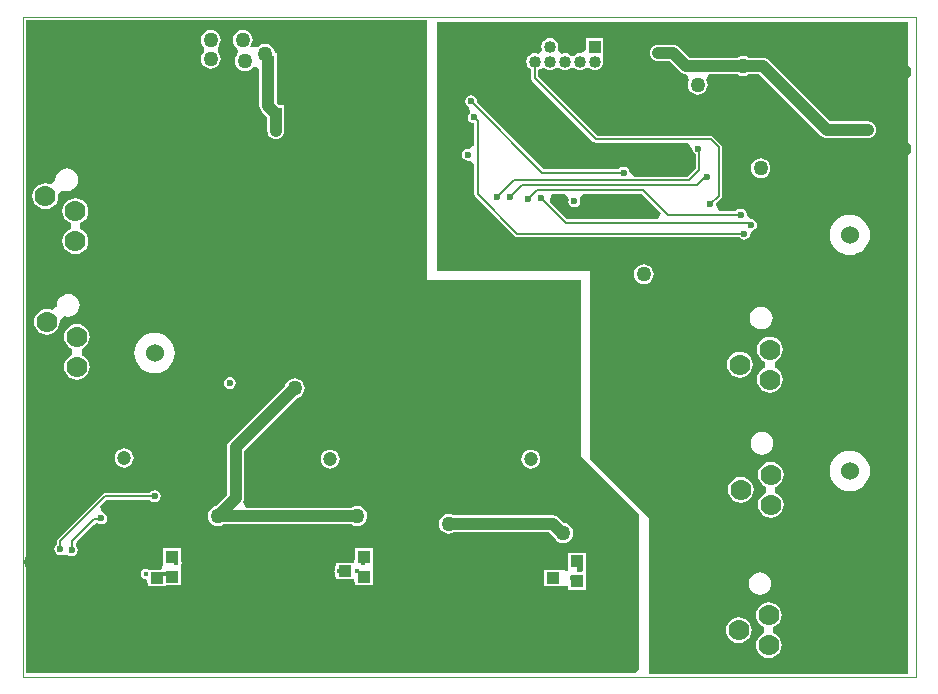
<source format=gbl>
G04 Layer_Physical_Order=4*
G04 Layer_Color=11436288*
%FSLAX25Y25*%
%MOIN*%
G70*
G01*
G75*
%ADD11R,0.03937X0.04331*%
%ADD17R,0.04331X0.03937*%
%ADD35C,0.00787*%
%ADD36C,0.01575*%
%ADD38C,0.03937*%
%ADD42C,0.00394*%
%ADD43C,0.04000*%
%ADD44R,0.04000X0.04000*%
G04:AMPARAMS|DCode=45|XSize=55.12mil|YSize=98.43mil|CornerRadius=0mil|HoleSize=0mil|Usage=FLASHONLY|Rotation=90.000|XOffset=0mil|YOffset=0mil|HoleType=Round|Shape=Octagon|*
%AMOCTAGOND45*
4,1,8,-0.04921,-0.01378,-0.04921,0.01378,-0.03543,0.02756,0.03543,0.02756,0.04921,0.01378,0.04921,-0.01378,0.03543,-0.02756,-0.03543,-0.02756,-0.04921,-0.01378,0.0*
%
%ADD45OCTAGOND45*%

%ADD46C,0.07000*%
%ADD47C,0.04724*%
%ADD48C,0.06000*%
%ADD49C,0.05000*%
%ADD50C,0.02362*%
%ADD51C,0.01772*%
%ADD52R,0.04331X0.07087*%
G36*
X134843Y366732D02*
X186024D01*
Y308465D01*
Y307972D01*
X205315Y288681D01*
X205512Y288484D01*
Y237120D01*
X204120Y235728D01*
X1280D01*
X984Y235851D01*
Y453346D01*
X134843D01*
Y366732D01*
D02*
G37*
G36*
X295177Y235630D02*
Y235433D01*
X208760D01*
X208563Y287402D01*
X188976Y306988D01*
Y368093D01*
X188976Y368093D01*
X188976Y369221D01*
Y369246D01*
Y369246D01*
Y369738D01*
Y369980D01*
X188878Y370079D01*
X188791Y369992D01*
X188779Y369980D01*
X187767Y369980D01*
X187312Y369980D01*
X187008D01*
X187008D01*
X137894D01*
Y452658D01*
Y452756D01*
Y452854D01*
X295177D01*
Y235630D01*
D02*
G37*
%LPC*%
G36*
X43898Y296692D02*
X43130Y296539D01*
X42478Y296104D01*
X42335Y295889D01*
X27385D01*
X27385Y295889D01*
X26924Y295798D01*
X26533Y295536D01*
X26533Y295536D01*
X11550Y280553D01*
X11289Y280162D01*
X11197Y279702D01*
X11197Y279701D01*
Y278728D01*
X10982Y278585D01*
X10547Y277934D01*
X10395Y277165D01*
X10401Y277135D01*
X10547Y276397D01*
X10547Y276397D01*
X10982Y275746D01*
X11295Y275537D01*
X11295D01*
X11300Y275534D01*
X11633Y275311D01*
X11634Y275311D01*
X11634Y275311D01*
X12402Y275158D01*
X12402Y275158D01*
X13170Y275311D01*
D01*
X13170D01*
X15048Y275093D01*
X15410Y274851D01*
X15459Y274819D01*
X16227Y274666D01*
X16995Y274819D01*
X17646Y275254D01*
X18081Y275905D01*
X18234Y276673D01*
X18081Y277441D01*
X17646Y278092D01*
X18067Y279964D01*
X23029Y284926D01*
X24681Y285981D01*
X25332Y285546D01*
X26100Y285393D01*
X26868Y285546D01*
X27519Y285981D01*
X27954Y286632D01*
X28107Y287400D01*
X27954Y288168D01*
X27519Y288819D01*
X26868Y289254D01*
X26512Y289325D01*
X25892Y290512D01*
X25737Y291334D01*
X27884Y293481D01*
X42335D01*
X42478Y293266D01*
X43130Y292831D01*
X43898Y292678D01*
X44666Y292831D01*
X45317Y293266D01*
X45752Y293917D01*
X45905Y294685D01*
X45752Y295453D01*
X45317Y296104D01*
X44666Y296539D01*
X43898Y296692D01*
D02*
G37*
G36*
X239295Y301214D02*
X238175Y301067D01*
X237132Y300635D01*
X236237Y299948D01*
X235549Y299052D01*
X235118Y298009D01*
X234970Y296890D01*
X235118Y295770D01*
X235549Y294727D01*
X236237Y293832D01*
X237132Y293145D01*
X238175Y292713D01*
X239295Y292565D01*
X240414Y292713D01*
X241457Y293145D01*
X242352Y293832D01*
X243039Y294727D01*
X243472Y295770D01*
X243619Y296890D01*
X243472Y298009D01*
X243039Y299052D01*
X242352Y299948D01*
X241457Y300635D01*
X240414Y301067D01*
X239295Y301214D01*
D02*
G37*
G36*
X249294Y306214D02*
X248175Y306067D01*
X247132Y305635D01*
X246237Y304947D01*
X245550Y304052D01*
X245117Y303009D01*
X244970Y301890D01*
X245117Y300770D01*
X245550Y299728D01*
X246237Y298832D01*
X247132Y298145D01*
X247717Y297902D01*
X247758Y297738D01*
Y296041D01*
X247717Y295877D01*
X247132Y295635D01*
X246237Y294948D01*
X245550Y294052D01*
X245117Y293009D01*
X244970Y291890D01*
X245117Y290770D01*
X245550Y289727D01*
X246237Y288832D01*
X247132Y288145D01*
X248175Y287713D01*
X249294Y287565D01*
X250414Y287713D01*
X251457Y288145D01*
X252352Y288832D01*
X253040Y289727D01*
X253471Y290770D01*
X253619Y291890D01*
X253471Y293009D01*
X253040Y294052D01*
X252352Y294948D01*
X251457Y295635D01*
X250872Y295877D01*
X250831Y296041D01*
Y297738D01*
X250872Y297902D01*
X251457Y298145D01*
X252352Y298832D01*
X253040Y299728D01*
X253471Y300770D01*
X253619Y301890D01*
X253471Y303009D01*
X253040Y304052D01*
X252352Y304947D01*
X251457Y305635D01*
X250414Y306067D01*
X249294Y306214D01*
D02*
G37*
G36*
X275590Y309875D02*
X274278Y309746D01*
X273017Y309363D01*
X271854Y308741D01*
X270835Y307905D01*
X269999Y306886D01*
X269377Y305723D01*
X268994Y304462D01*
X268865Y303150D01*
X268994Y301838D01*
X269377Y300576D01*
X269999Y299413D01*
X270835Y298394D01*
X271854Y297558D01*
X273017Y296936D01*
X274278Y296553D01*
X275590Y296424D01*
X276903Y296553D01*
X278164Y296936D01*
X279327Y297558D01*
X280346Y298394D01*
X281182Y299413D01*
X281804Y300576D01*
X282187Y301838D01*
X282316Y303150D01*
X282187Y304462D01*
X281804Y305723D01*
X281182Y306886D01*
X280346Y307905D01*
X279327Y308741D01*
X278164Y309363D01*
X276903Y309746D01*
X275590Y309875D01*
D02*
G37*
G36*
X33760Y310657D02*
X32938Y310549D01*
X32171Y310231D01*
X31514Y309727D01*
X31009Y309069D01*
X30691Y308303D01*
X30583Y307480D01*
X30691Y306658D01*
X31009Y305892D01*
X31514Y305234D01*
X32171Y304729D01*
X32938Y304412D01*
X33760Y304304D01*
X34582Y304412D01*
X35348Y304729D01*
X36006Y305234D01*
X36511Y305892D01*
X36828Y306658D01*
X36937Y307480D01*
X36828Y308303D01*
X36511Y309069D01*
X36006Y309727D01*
X35348Y310231D01*
X34582Y310549D01*
X33760Y310657D01*
D02*
G37*
G36*
X169291Y310263D02*
X168469Y310155D01*
X167703Y309838D01*
X167045Y309333D01*
X166540Y308675D01*
X166223Y307909D01*
X166115Y307086D01*
X166223Y306264D01*
X166540Y305498D01*
X167045Y304840D01*
X167703Y304335D01*
X168469Y304018D01*
X169291Y303910D01*
X170114Y304018D01*
X170880Y304335D01*
X171538Y304840D01*
X172043Y305498D01*
X172360Y306264D01*
X172468Y307086D01*
X172360Y307909D01*
X172043Y308675D01*
X171538Y309333D01*
X170880Y309838D01*
X170114Y310155D01*
X169291Y310263D01*
D02*
G37*
G36*
X102362D02*
X101540Y310155D01*
X100774Y309838D01*
X100116Y309333D01*
X99611Y308675D01*
X99294Y307909D01*
X99186Y307086D01*
X99294Y306264D01*
X99611Y305498D01*
X100116Y304840D01*
X100774Y304335D01*
X101540Y304018D01*
X102362Y303910D01*
X103184Y304018D01*
X103951Y304335D01*
X104609Y304840D01*
X105113Y305498D01*
X105431Y306264D01*
X105539Y307086D01*
X105431Y307909D01*
X105113Y308675D01*
X104609Y309333D01*
X103951Y309838D01*
X103184Y310155D01*
X102362Y310263D01*
D02*
G37*
G36*
X90551Y334024D02*
X89693Y333911D01*
X88893Y333580D01*
X88207Y333053D01*
X87680Y332366D01*
X87348Y331567D01*
X87329Y331417D01*
X68901Y312989D01*
X68459Y312414D01*
X68181Y311743D01*
X68086Y311024D01*
Y295246D01*
X64252Y291411D01*
X64102Y291392D01*
X63303Y291060D01*
X62616Y290534D01*
X62089Y289847D01*
X61758Y289047D01*
X61645Y288189D01*
X61758Y287331D01*
X62089Y286531D01*
X62616Y285844D01*
X63303Y285317D01*
X64102Y284986D01*
X64961Y284873D01*
X65819Y284986D01*
X66619Y285317D01*
X66738Y285409D01*
X109640D01*
X109759Y285317D01*
X110559Y284986D01*
X111417Y284873D01*
X112276Y284986D01*
X113075Y285317D01*
X113762Y285844D01*
X114289Y286531D01*
X114620Y287331D01*
X114733Y288189D01*
X114620Y289047D01*
X114289Y289847D01*
X113762Y290534D01*
X113075Y291060D01*
X112276Y291392D01*
X111417Y291505D01*
X110559Y291392D01*
X109759Y291060D01*
X109640Y290969D01*
X74423D01*
X73698Y292063D01*
X73370Y292937D01*
X73551Y293375D01*
X73646Y294094D01*
Y309872D01*
X91260Y327486D01*
X91409Y327506D01*
X92209Y327837D01*
X92896Y328364D01*
X93423Y329051D01*
X93754Y329851D01*
X93867Y330709D01*
X93754Y331567D01*
X93423Y332366D01*
X92896Y333053D01*
X92209Y333580D01*
X91409Y333911D01*
X90551Y334024D01*
D02*
G37*
G36*
X245692Y269422D02*
X244716Y269294D01*
X243806Y268917D01*
X243025Y268317D01*
X242425Y267536D01*
X242048Y266626D01*
X241920Y265650D01*
X242048Y264673D01*
X242425Y263763D01*
X243025Y262982D01*
X243806Y262383D01*
X244716Y262006D01*
X245692Y261877D01*
X246669Y262006D01*
X247578Y262383D01*
X248360Y262982D01*
X248959Y263763D01*
X249336Y264673D01*
X249465Y265650D01*
X249336Y266626D01*
X248959Y267536D01*
X248360Y268317D01*
X247578Y268917D01*
X246669Y269294D01*
X245692Y269422D01*
D02*
G37*
G36*
X238605Y254462D02*
X237486Y254315D01*
X236443Y253883D01*
X235548Y253196D01*
X234860Y252300D01*
X234428Y251257D01*
X234281Y250138D01*
X234428Y249019D01*
X234860Y247975D01*
X235548Y247080D01*
X236443Y246393D01*
X237486Y245961D01*
X238605Y245813D01*
X239725Y245961D01*
X240768Y246393D01*
X241663Y247080D01*
X242351Y247975D01*
X242782Y249019D01*
X242930Y250138D01*
X242782Y251257D01*
X242351Y252300D01*
X241663Y253196D01*
X240768Y253883D01*
X239725Y254315D01*
X238605Y254462D01*
D02*
G37*
G36*
X248605Y259462D02*
X247486Y259315D01*
X246443Y258883D01*
X245548Y258195D01*
X244860Y257300D01*
X244428Y256257D01*
X244281Y255138D01*
X244428Y254018D01*
X244860Y252976D01*
X245548Y252080D01*
X246443Y251393D01*
X247028Y251150D01*
X247069Y250987D01*
Y249289D01*
X247028Y249125D01*
X246443Y248883D01*
X245548Y248196D01*
X244860Y247300D01*
X244428Y246257D01*
X244281Y245138D01*
X244428Y244019D01*
X244860Y242975D01*
X245548Y242080D01*
X246443Y241393D01*
X247486Y240961D01*
X248605Y240813D01*
X249725Y240961D01*
X250768Y241393D01*
X251663Y242080D01*
X252350Y242975D01*
X252783Y244019D01*
X252930Y245138D01*
X252783Y246257D01*
X252350Y247300D01*
X251663Y248196D01*
X250768Y248883D01*
X250183Y249125D01*
X250142Y249289D01*
Y250987D01*
X250183Y251150D01*
X250768Y251393D01*
X251663Y252080D01*
X252350Y252976D01*
X252783Y254018D01*
X252930Y255138D01*
X252783Y256257D01*
X252350Y257300D01*
X251663Y258195D01*
X250768Y258883D01*
X249725Y259315D01*
X248605Y259462D01*
D02*
G37*
G36*
X116732Y277362D02*
X110827D01*
Y274333D01*
X110253Y272602D01*
X109607D01*
X108858Y272602D01*
X104347D01*
Y272213D01*
X103976Y270398D01*
X103975Y270397D01*
X103937Y270339D01*
X103936Y270338D01*
Y270338D01*
X103874Y270027D01*
X103806Y269685D01*
X103874Y269343D01*
X103936Y269032D01*
Y269032D01*
X103937Y269031D01*
X103975Y268973D01*
X103976Y268971D01*
X104347Y267157D01*
Y267091D01*
X110253D01*
X110827Y265360D01*
Y265158D01*
X116732D01*
Y269882D01*
X116732Y270669D01*
Y271260D01*
Y271850D01*
X116732Y272638D01*
Y277362D01*
D02*
G37*
G36*
X141929Y288946D02*
X141071Y288833D01*
X140271Y288501D01*
X139585Y287975D01*
X139058Y287288D01*
X138726Y286488D01*
X138613Y285630D01*
X138726Y284772D01*
X139058Y283972D01*
X139585Y283285D01*
X140271Y282758D01*
X141071Y282427D01*
X141929Y282314D01*
X142787Y282427D01*
X143587Y282758D01*
X143707Y282850D01*
X175424D01*
X177102Y281172D01*
X177247Y280822D01*
X177773Y280136D01*
X178460Y279609D01*
X179260Y279277D01*
X180118Y279165D01*
X180976Y279277D01*
X181776Y279609D01*
X182463Y280136D01*
X182990Y280822D01*
X183321Y281622D01*
X183434Y282480D01*
X183321Y283338D01*
X182990Y284138D01*
X182463Y284825D01*
X181776Y285352D01*
X180976Y285683D01*
X180373Y285763D01*
X178540Y287595D01*
X177965Y288037D01*
X177294Y288315D01*
X176575Y288410D01*
X143707D01*
X143587Y288501D01*
X142787Y288833D01*
X141929Y288946D01*
D02*
G37*
G36*
X52559Y277362D02*
X46654D01*
Y272638D01*
X46654Y272340D01*
X46640Y271924D01*
X46577Y271688D01*
X45880Y270202D01*
X42004D01*
X41598Y270474D01*
X40945Y270604D01*
X40363Y270488D01*
X40292Y270474D01*
X40292Y270474D01*
X39739Y270104D01*
X39369Y269550D01*
X39253Y268969D01*
X39253Y268969D01*
X39239Y268898D01*
X39239Y268898D01*
X39253Y268826D01*
X39369Y268245D01*
X39739Y267691D01*
X40292Y267321D01*
X40292Y267321D01*
X40363Y267307D01*
X40363Y267307D01*
X40945Y267192D01*
X41747Y265344D01*
Y264690D01*
X47653D01*
Y265158D01*
X52559D01*
Y269155D01*
Y269162D01*
Y269283D01*
X52695Y271195D01*
X52695Y271195D01*
X52748Y271536D01*
X52887Y272441D01*
X52887Y272441D01*
Y272441D01*
X52887Y272441D01*
Y272441D01*
X52887Y272442D01*
Y272442D01*
X52874Y272507D01*
X52874Y272507D01*
X52874Y272508D01*
Y272508D01*
X52757Y273094D01*
X52757Y273094D01*
X52718Y273153D01*
X52717Y273154D01*
X52559Y275058D01*
Y277362D01*
D02*
G37*
G36*
X187598Y275787D02*
X181693D01*
Y270276D01*
X181693D01*
Y269938D01*
X181521Y269754D01*
X179553Y270302D01*
Y270302D01*
X173647D01*
Y264791D01*
X179553D01*
Y264791D01*
X181521Y264852D01*
X181693Y264707D01*
Y263583D01*
X187598D01*
Y268601D01*
X187834Y270472D01*
D01*
Y270472D01*
X187598Y272343D01*
Y275787D01*
D02*
G37*
G36*
X246381Y316174D02*
X245405Y316046D01*
X244495Y315669D01*
X243714Y315069D01*
X243114Y314288D01*
X242737Y313378D01*
X242609Y312402D01*
X242737Y311425D01*
X243114Y310515D01*
X243714Y309734D01*
X244495Y309135D01*
X245405Y308758D01*
X246381Y308629D01*
X247358Y308758D01*
X248267Y309135D01*
X249049Y309734D01*
X249648Y310515D01*
X250025Y311425D01*
X250153Y312402D01*
X250025Y313378D01*
X249648Y314288D01*
X249049Y315069D01*
X248267Y315669D01*
X247358Y316046D01*
X246381Y316174D01*
D02*
G37*
G36*
X14590Y404068D02*
X13613Y403939D01*
X12704Y403562D01*
X11922Y402963D01*
X11323Y402181D01*
X10946Y401271D01*
X10817Y400295D01*
X10844Y400096D01*
X10500Y399639D01*
X9303Y398806D01*
X9127Y398751D01*
X8623Y398960D01*
X7503Y399108D01*
X6384Y398960D01*
X5341Y398528D01*
X4445Y397841D01*
X3758Y396946D01*
X3326Y395903D01*
X3179Y394783D01*
X3326Y393664D01*
X3758Y392621D01*
X4445Y391725D01*
X5341Y391038D01*
X6384Y390606D01*
X7503Y390459D01*
X8623Y390606D01*
X9665Y391038D01*
X10561Y391725D01*
X11248Y392621D01*
X11680Y393664D01*
X11828Y394783D01*
X11746Y395402D01*
X11765Y395434D01*
X12866Y396433D01*
X13477Y396708D01*
X13613Y396651D01*
X14590Y396523D01*
X15566Y396651D01*
X16476Y397028D01*
X17257Y397628D01*
X17857Y398409D01*
X18234Y399319D01*
X18362Y400295D01*
X18234Y401271D01*
X17857Y402181D01*
X17257Y402963D01*
X16476Y403562D01*
X15566Y403939D01*
X14590Y404068D01*
D02*
G37*
G36*
X245866Y407351D02*
X245008Y407238D01*
X244208Y406907D01*
X243521Y406380D01*
X242995Y405693D01*
X242663Y404894D01*
X242550Y404035D01*
X242663Y403177D01*
X242995Y402378D01*
X243521Y401691D01*
X244208Y401164D01*
X245008Y400833D01*
X245866Y400720D01*
X246724Y400833D01*
X247524Y401164D01*
X248211Y401691D01*
X248738Y402378D01*
X249069Y403177D01*
X249182Y404035D01*
X249069Y404894D01*
X248738Y405693D01*
X248211Y406380D01*
X247524Y406907D01*
X246724Y407238D01*
X245866Y407351D01*
D02*
G37*
G36*
X275590Y388615D02*
X274278Y388486D01*
X273017Y388103D01*
X271854Y387482D01*
X270835Y386645D01*
X269999Y385626D01*
X269377Y384463D01*
X268994Y383202D01*
X268865Y381890D01*
X268994Y380578D01*
X269377Y379316D01*
X269999Y378153D01*
X270835Y377134D01*
X271854Y376298D01*
X273017Y375676D01*
X274278Y375294D01*
X275590Y375165D01*
X276903Y375294D01*
X278164Y375676D01*
X279327Y376298D01*
X280346Y377134D01*
X281182Y378153D01*
X281804Y379316D01*
X282187Y380578D01*
X282316Y381890D01*
X282187Y383202D01*
X281804Y384463D01*
X281182Y385626D01*
X280346Y386645D01*
X279327Y387482D01*
X278164Y388103D01*
X276903Y388486D01*
X275590Y388615D01*
D02*
G37*
G36*
X17503Y394108D02*
X16384Y393960D01*
X15341Y393528D01*
X14445Y392841D01*
X13758Y391946D01*
X13326Y390903D01*
X13179Y389783D01*
X13326Y388664D01*
X13758Y387621D01*
X14445Y386725D01*
X15341Y386038D01*
X15926Y385796D01*
X15967Y385632D01*
Y383935D01*
X15926Y383771D01*
X15341Y383528D01*
X14445Y382841D01*
X13758Y381946D01*
X13326Y380903D01*
X13179Y379783D01*
X13326Y378664D01*
X13758Y377621D01*
X14445Y376726D01*
X15341Y376038D01*
X16384Y375606D01*
X17503Y375459D01*
X18622Y375606D01*
X19665Y376038D01*
X20561Y376726D01*
X21248Y377621D01*
X21680Y378664D01*
X21828Y379783D01*
X21680Y380903D01*
X21248Y381946D01*
X20561Y382841D01*
X19665Y383528D01*
X19080Y383771D01*
X19039Y383935D01*
Y385632D01*
X19080Y385796D01*
X19665Y386038D01*
X20561Y386725D01*
X21248Y387621D01*
X21680Y388664D01*
X21828Y389783D01*
X21680Y390903D01*
X21248Y391946D01*
X20561Y392841D01*
X19665Y393528D01*
X18622Y393960D01*
X17503Y394108D01*
D02*
G37*
G36*
X62598Y450166D02*
X61740Y450053D01*
X60940Y449722D01*
X60254Y449195D01*
X59727Y448508D01*
X59396Y447709D01*
X59283Y446850D01*
X59396Y445992D01*
X59727Y445192D01*
X59905Y444960D01*
X60254Y444443D01*
Y442959D01*
X59905Y442442D01*
X59727Y442209D01*
X59396Y441409D01*
X59283Y440551D01*
X59396Y439693D01*
X59727Y438893D01*
X60254Y438207D01*
X60940Y437680D01*
X61740Y437348D01*
X62598Y437235D01*
X63457Y437348D01*
X64256Y437680D01*
X64943Y438207D01*
X65470Y438893D01*
X65801Y439693D01*
X65914Y440551D01*
X65801Y441409D01*
X65470Y442209D01*
X65291Y442442D01*
X64943Y442959D01*
Y444443D01*
X65291Y444960D01*
X65470Y445192D01*
X65801Y445992D01*
X65914Y446850D01*
X65801Y447709D01*
X65470Y448508D01*
X64943Y449195D01*
X64256Y449722D01*
X63457Y450053D01*
X62598Y450166D01*
D02*
G37*
G36*
X175610Y447437D02*
X174883Y447342D01*
X174205Y447061D01*
X173622Y446614D01*
X173176Y446032D01*
X172895Y445354D01*
X172799Y444626D01*
X172895Y443898D01*
X172983Y443684D01*
X172916Y443572D01*
X171665Y442320D01*
X171552Y442253D01*
X171338Y442342D01*
X170610Y442437D01*
X169883Y442342D01*
X169205Y442061D01*
X168622Y441614D01*
X168176Y441032D01*
X167895Y440354D01*
X167799Y439626D01*
X167895Y438898D01*
X168176Y438220D01*
X168622Y437638D01*
X169205Y437191D01*
X169406Y437108D01*
Y434161D01*
X169406Y434161D01*
X169498Y433701D01*
X169759Y433310D01*
X190141Y412928D01*
X190531Y412667D01*
X190992Y412575D01*
X221663D01*
X222008Y412318D01*
X223091Y410630D01*
X223244Y409862D01*
X223679Y409211D01*
X224288Y408804D01*
Y404042D01*
X221450Y401204D01*
X203894D01*
X202279Y402600D01*
X202126Y403368D01*
X201691Y404019D01*
X201040Y404454D01*
X200272Y404607D01*
X199504Y404454D01*
X198852Y404019D01*
X198709Y403804D01*
X173637D01*
X151342Y426100D01*
X151392Y426354D01*
X151239Y427122D01*
X150804Y427773D01*
X150153Y428208D01*
X149385Y428361D01*
X148617Y428208D01*
X147966Y427773D01*
X147531Y427122D01*
X147378Y426354D01*
X147531Y425585D01*
X147966Y424934D01*
X148617Y424499D01*
X148950Y422458D01*
X148515Y421807D01*
X148362Y421038D01*
X148515Y420270D01*
X148950Y419619D01*
X149601Y419184D01*
X150369Y419031D01*
X150496Y418928D01*
Y411906D01*
X150067Y411481D01*
X148527Y410599D01*
X148302Y410644D01*
X147534Y410491D01*
X146883Y410056D01*
X146448Y409405D01*
X146295Y408637D01*
X146448Y407869D01*
X146883Y407218D01*
X147534Y406783D01*
X148302Y406630D01*
X148527Y406674D01*
X150067Y405793D01*
X150496Y405368D01*
Y395400D01*
X150496Y395400D01*
X150587Y394939D01*
X150848Y394549D01*
X163965Y381432D01*
X163965Y381432D01*
X164356Y381171D01*
X164817Y381079D01*
X238854D01*
X238998Y380864D01*
X239649Y380429D01*
X240417Y380276D01*
X240785Y380350D01*
X241185Y380429D01*
X241185Y380429D01*
X241836Y380864D01*
X242271Y381515D01*
Y381515D01*
Y381515D01*
X242271Y381515D01*
X242442Y381958D01*
X243468Y383346D01*
Y383346D01*
X243468D01*
Y383346D01*
X244119Y383781D01*
X244554Y384432D01*
X244554Y384432D01*
X244634Y384831D01*
X244707Y385200D01*
X244554Y385968D01*
X244119Y386619D01*
X243468Y387054D01*
X242853Y387177D01*
X242656Y387249D01*
X241378Y388486D01*
X241231Y388820D01*
X241126Y389351D01*
X240691Y390002D01*
X240040Y390437D01*
X239272Y390590D01*
X238504Y390437D01*
X237852Y390002D01*
X237709Y389787D01*
X232207D01*
X231705Y390385D01*
X230969Y391755D01*
X231043Y392126D01*
X230992Y392380D01*
X232723Y394111D01*
X232984Y394501D01*
X233076Y394962D01*
Y411100D01*
X233076Y411100D01*
X232984Y411561D01*
X232723Y411951D01*
X232723Y411952D01*
X230044Y414631D01*
X229653Y414892D01*
X229192Y414984D01*
X229192Y414984D01*
X191491D01*
X171815Y434660D01*
Y436760D01*
X173226Y437638D01*
X173622D01*
X174205Y437191D01*
X174883Y436910D01*
X175610Y436814D01*
X176338Y436910D01*
X177016Y437191D01*
X177598Y437638D01*
X178622D01*
X179205Y437191D01*
X179883Y436910D01*
X180610Y436814D01*
X181338Y436910D01*
X182016Y437191D01*
X182598Y437638D01*
X183622D01*
X184205Y437191D01*
X184883Y436910D01*
X185610Y436814D01*
X186338Y436910D01*
X187016Y437191D01*
X187598Y437638D01*
X188622D01*
X189205Y437191D01*
X189883Y436910D01*
X190610Y436814D01*
X191338Y436910D01*
X192016Y437191D01*
X192598Y437638D01*
X193045Y438220D01*
X193326Y438898D01*
X193422Y439626D01*
X193390Y439870D01*
X193398Y441839D01*
X193398Y441839D01*
X193398Y441839D01*
Y447413D01*
X187823D01*
Y443826D01*
X187220Y443223D01*
X185854Y442405D01*
X185610Y442437D01*
X184883Y442342D01*
X184205Y442061D01*
X183622Y441614D01*
X182598D01*
X182016Y442061D01*
X181338Y442342D01*
X180610Y442437D01*
X179883Y442342D01*
X179669Y442253D01*
X179556Y442320D01*
X178305Y443572D01*
X178237Y443684D01*
X178326Y443898D01*
X178422Y444626D01*
X178326Y445354D01*
X178045Y446032D01*
X177598Y446614D01*
X177016Y447061D01*
X176338Y447342D01*
X175610Y447437D01*
D02*
G37*
G36*
X73228Y450166D02*
X72370Y450053D01*
X71570Y449722D01*
X70884Y449195D01*
X70357Y448508D01*
X70026Y447709D01*
X69913Y446850D01*
X70026Y445992D01*
X70357Y445192D01*
X70884Y444506D01*
X71253Y444222D01*
X71529Y442826D01*
X71495Y441879D01*
X71144Y441422D01*
X70813Y440622D01*
X70700Y439764D01*
X70813Y438906D01*
X71144Y438106D01*
X71671Y437419D01*
X72358Y436892D01*
X73158Y436561D01*
X74016Y436448D01*
X74874Y436561D01*
X75674Y436892D01*
X76360Y437419D01*
X76673Y437827D01*
X77713Y437721D01*
X78642Y437288D01*
Y433760D01*
X78740D01*
Y425689D01*
X78815D01*
Y424902D01*
X78909Y424182D01*
X79187Y423512D01*
X79629Y422936D01*
X81472Y421093D01*
Y416535D01*
X81567Y415816D01*
X81845Y415146D01*
X82286Y414570D01*
X82862Y414128D01*
X83533Y413850D01*
X84252Y413756D01*
X84971Y413850D01*
X85642Y414128D01*
X86217Y414570D01*
X86659Y415146D01*
X86937Y415816D01*
X87032Y416535D01*
Y419193D01*
X87106D01*
Y425099D01*
X85329D01*
X84646Y425782D01*
Y434350D01*
X84547D01*
Y442421D01*
X83986D01*
X83912Y442984D01*
X83580Y443784D01*
X83053Y444471D01*
X82367Y444998D01*
X81567Y445329D01*
X80709Y445442D01*
X79851Y445329D01*
X79051Y444998D01*
X78364Y444471D01*
X76229Y444442D01*
X76015Y444529D01*
X75749Y444735D01*
X76100Y445192D01*
X76431Y445992D01*
X76544Y446850D01*
X76431Y447709D01*
X76100Y448508D01*
X75573Y449195D01*
X74886Y449722D01*
X74086Y450053D01*
X73228Y450166D01*
D02*
G37*
G36*
X216772Y445280D02*
X211772D01*
X211052Y445185D01*
X210382Y444907D01*
X209806Y444465D01*
X209364Y443890D01*
X209087Y443219D01*
X208992Y442500D01*
X209087Y441781D01*
X209364Y441110D01*
X209806Y440534D01*
X210382Y440093D01*
X211052Y439815D01*
X211772Y439720D01*
X215620D01*
X219117Y436224D01*
X219693Y435782D01*
X220363Y435504D01*
X220987Y435422D01*
X221231Y435117D01*
X222030Y433548D01*
X221699Y432748D01*
X221586Y431890D01*
X221699Y431032D01*
X222030Y430232D01*
X222557Y429545D01*
X223244Y429018D01*
X224043Y428687D01*
X224902Y428574D01*
X225760Y428687D01*
X226559Y429018D01*
X227246Y429545D01*
X227773Y430232D01*
X228104Y431032D01*
X228217Y431890D01*
X228104Y432748D01*
X227773Y433548D01*
X228826Y435409D01*
X238281D01*
X238401Y435318D01*
X239201Y434986D01*
X240059Y434873D01*
X240917Y434986D01*
X241717Y435318D01*
X241837Y435409D01*
X245502D01*
X265948Y414964D01*
X266524Y414522D01*
X267194Y414244D01*
X267913Y414150D01*
X281594D01*
X282314Y414244D01*
X282984Y414522D01*
X283560Y414964D01*
X284002Y415539D01*
X284279Y416210D01*
X284374Y416929D01*
X284279Y417649D01*
X284002Y418319D01*
X283560Y418895D01*
X282984Y419336D01*
X282314Y419614D01*
X281594Y419709D01*
X269065D01*
X248619Y440155D01*
X248043Y440596D01*
X247373Y440874D01*
X246654Y440969D01*
X241837D01*
X241717Y441060D01*
X240917Y441392D01*
X240059Y441505D01*
X239201Y441392D01*
X238401Y441060D01*
X238281Y440969D01*
X222234D01*
X218737Y444465D01*
X218162Y444907D01*
X217491Y445185D01*
X216772Y445280D01*
D02*
G37*
G36*
X17995Y352179D02*
X16876Y352031D01*
X15833Y351599D01*
X14938Y350912D01*
X14250Y350016D01*
X13818Y348973D01*
X13671Y347854D01*
X13818Y346735D01*
X14250Y345692D01*
X14938Y344796D01*
X15833Y344109D01*
X16418Y343867D01*
X16459Y343703D01*
Y342005D01*
X16418Y341842D01*
X15833Y341599D01*
X14938Y340912D01*
X14250Y340016D01*
X13818Y338973D01*
X13671Y337854D01*
X13818Y336735D01*
X14250Y335692D01*
X14938Y334796D01*
X15833Y334109D01*
X16876Y333677D01*
X17995Y333530D01*
X19115Y333677D01*
X20157Y334109D01*
X21053Y334796D01*
X21740Y335692D01*
X22172Y336735D01*
X22320Y337854D01*
X22172Y338973D01*
X21740Y340016D01*
X21053Y340912D01*
X20157Y341599D01*
X19573Y341842D01*
X19532Y342005D01*
Y343703D01*
X19573Y343867D01*
X20157Y344109D01*
X21053Y344796D01*
X21740Y345692D01*
X22172Y346735D01*
X22320Y347854D01*
X22172Y348973D01*
X21740Y350016D01*
X21053Y350912D01*
X20157Y351599D01*
X19115Y352031D01*
X17995Y352179D01*
D02*
G37*
G36*
X238999Y342947D02*
X237880Y342799D01*
X236837Y342367D01*
X235941Y341680D01*
X235254Y340784D01*
X234822Y339741D01*
X234675Y338622D01*
X234822Y337503D01*
X235254Y336460D01*
X235941Y335564D01*
X236837Y334877D01*
X237880Y334445D01*
X238999Y334298D01*
X240118Y334445D01*
X241161Y334877D01*
X242057Y335564D01*
X242744Y336460D01*
X243176Y337503D01*
X243323Y338622D01*
X243176Y339741D01*
X242744Y340784D01*
X242057Y341680D01*
X241161Y342367D01*
X240118Y342799D01*
X238999Y342947D01*
D02*
G37*
G36*
X248999Y347947D02*
X247880Y347799D01*
X246837Y347367D01*
X245941Y346680D01*
X245254Y345784D01*
X244822Y344741D01*
X244675Y343622D01*
X244822Y342503D01*
X245254Y341460D01*
X245941Y340564D01*
X246837Y339877D01*
X247422Y339635D01*
X247463Y339471D01*
Y337773D01*
X247422Y337609D01*
X246837Y337367D01*
X245941Y336680D01*
X245254Y335784D01*
X244822Y334741D01*
X244675Y333622D01*
X244822Y332503D01*
X245254Y331460D01*
X245941Y330564D01*
X246837Y329877D01*
X247880Y329445D01*
X248999Y329298D01*
X250118Y329445D01*
X251161Y329877D01*
X252057Y330564D01*
X252744Y331460D01*
X253176Y332503D01*
X253324Y333622D01*
X253176Y334741D01*
X252744Y335784D01*
X252057Y336680D01*
X251161Y337367D01*
X250576Y337609D01*
X250535Y337773D01*
Y339471D01*
X250576Y339635D01*
X251161Y339877D01*
X252057Y340564D01*
X252744Y341460D01*
X253176Y342503D01*
X253324Y343622D01*
X253176Y344741D01*
X252744Y345784D01*
X252057Y346680D01*
X251161Y347367D01*
X250118Y347799D01*
X248999Y347947D01*
D02*
G37*
G36*
X68996Y334487D02*
X68228Y334335D01*
X67577Y333899D01*
X67142Y333248D01*
X66989Y332480D01*
X67142Y331712D01*
X67577Y331061D01*
X68228Y330626D01*
X68996Y330473D01*
X69764Y330626D01*
X70415Y331061D01*
X70850Y331712D01*
X71003Y332480D01*
X70850Y333248D01*
X70415Y333899D01*
X69764Y334335D01*
X68996Y334487D01*
D02*
G37*
G36*
X43898Y349245D02*
X42586Y349116D01*
X41324Y348733D01*
X40161Y348112D01*
X39142Y347275D01*
X38306Y346256D01*
X37684Y345093D01*
X37302Y343832D01*
X37172Y342520D01*
X37302Y341208D01*
X37684Y339946D01*
X38306Y338783D01*
X39142Y337764D01*
X40161Y336928D01*
X41324Y336306D01*
X42586Y335924D01*
X43898Y335794D01*
X45210Y335924D01*
X46471Y336306D01*
X47634Y336928D01*
X48653Y337764D01*
X49490Y338783D01*
X50111Y339946D01*
X50494Y341208D01*
X50623Y342520D01*
X50494Y343832D01*
X50111Y345093D01*
X49490Y346256D01*
X48653Y347275D01*
X47634Y348112D01*
X46471Y348733D01*
X45210Y349116D01*
X43898Y349245D01*
D02*
G37*
G36*
X15082Y362138D02*
X14106Y362010D01*
X13196Y361633D01*
X12414Y361034D01*
X11815Y360252D01*
X11438Y359342D01*
X11310Y358366D01*
X11336Y358166D01*
X10992Y357710D01*
X9796Y356877D01*
X9619Y356822D01*
X9115Y357031D01*
X7995Y357179D01*
X6876Y357031D01*
X5833Y356599D01*
X4938Y355912D01*
X4250Y355016D01*
X3818Y353973D01*
X3671Y352854D01*
X3818Y351735D01*
X4250Y350692D01*
X4938Y349796D01*
X5833Y349109D01*
X6876Y348677D01*
X7995Y348530D01*
X9115Y348677D01*
X10158Y349109D01*
X11053Y349796D01*
X11740Y350692D01*
X12172Y351735D01*
X12320Y352854D01*
X12238Y353473D01*
X12257Y353505D01*
X13358Y354504D01*
X13970Y354778D01*
X14106Y354722D01*
X15082Y354594D01*
X16058Y354722D01*
X16968Y355099D01*
X17749Y355698D01*
X18349Y356480D01*
X18726Y357390D01*
X18854Y358366D01*
X18726Y359342D01*
X18349Y360252D01*
X17749Y361034D01*
X16968Y361633D01*
X16058Y362010D01*
X15082Y362138D01*
D02*
G37*
G36*
X206972Y372016D02*
X206114Y371903D01*
X205314Y371571D01*
X204627Y371045D01*
X204100Y370358D01*
X203769Y369558D01*
X203656Y368700D01*
X203769Y367842D01*
X204100Y367042D01*
X204627Y366355D01*
X205314Y365828D01*
X206114Y365497D01*
X206972Y365384D01*
X207830Y365497D01*
X208629Y365828D01*
X209316Y366355D01*
X209843Y367042D01*
X210174Y367842D01*
X210287Y368700D01*
X210174Y369558D01*
X209843Y370358D01*
X209316Y371045D01*
X208629Y371571D01*
X207830Y371903D01*
X206972Y372016D01*
D02*
G37*
G36*
X246086Y357906D02*
X245109Y357778D01*
X244199Y357401D01*
X243418Y356801D01*
X242819Y356020D01*
X242442Y355110D01*
X242313Y354134D01*
X242442Y353157D01*
X242819Y352248D01*
X243418Y351466D01*
X244199Y350867D01*
X245109Y350490D01*
X246086Y350361D01*
X247062Y350490D01*
X247972Y350867D01*
X248753Y351466D01*
X249353Y352248D01*
X249730Y353157D01*
X249858Y354134D01*
X249730Y355110D01*
X249353Y356020D01*
X248753Y356801D01*
X247972Y357401D01*
X247062Y357778D01*
X246086Y357906D01*
D02*
G37*
%LPD*%
G36*
X212644Y389098D02*
X211828Y387129D01*
X181404D01*
X175813Y392721D01*
X175875Y395195D01*
X176279Y395587D01*
X176299Y395596D01*
X180736D01*
X181787Y394009D01*
X181865Y393627D01*
X181753Y393062D01*
X181906Y392294D01*
X182341Y391643D01*
X182992Y391208D01*
X183760Y391055D01*
X184528Y391208D01*
X185179Y391643D01*
X185614Y392294D01*
X185767Y393062D01*
X185654Y393627D01*
X185733Y394009D01*
X186784Y395596D01*
X206146D01*
X212644Y389098D01*
D02*
G37*
D11*
X91043Y422146D02*
D03*
X84350D02*
D03*
D17*
X49606Y267913D02*
D03*
Y274606D02*
D03*
X44700Y267446D02*
D03*
Y260754D02*
D03*
X107300Y269847D02*
D03*
Y263154D02*
D03*
X113780Y267914D02*
D03*
Y274606D02*
D03*
X176600Y267547D02*
D03*
Y260854D02*
D03*
X184646Y266339D02*
D03*
Y273031D02*
D03*
D35*
X241975Y385925D02*
X242700Y385200D01*
X180905Y385925D02*
X241975D01*
X172736Y394094D02*
X180905Y385925D01*
X227372Y401000D02*
X228172D01*
X224797Y398425D02*
X227372Y401000D01*
X225098Y410630D02*
X225492Y410236D01*
Y403543D02*
Y410236D01*
X185610Y439291D02*
Y439626D01*
X214862Y388583D02*
X239272D01*
X162500Y394488D02*
X166437Y398425D01*
X158169Y394488D02*
X163681Y400000D01*
X221949D01*
X225492Y403543D01*
X168405Y393701D02*
X171505Y396800D01*
X206645D01*
X214862Y388583D01*
X166437Y398425D02*
X224797D01*
X170610Y434161D02*
Y439626D01*
X231872Y394962D02*
Y411100D01*
X12402Y277165D02*
Y279702D01*
X27385Y294685D01*
X43898D01*
X16227Y276673D02*
Y279827D01*
X23600Y287200D01*
X25900D01*
X26100Y287400D01*
X170610Y434161D02*
X190992Y413779D01*
X229192D01*
X231872Y411100D01*
X229035Y392126D02*
X231872Y394962D01*
X164817Y382283D02*
X240417D01*
X151700Y395400D02*
X164817Y382283D01*
X151700Y395400D02*
Y419708D01*
X150369Y421038D02*
X151700Y419708D01*
X149385Y426354D02*
X173138Y402600D01*
X200272D01*
D36*
X179724Y282480D02*
X180118D01*
D38*
X84252Y416535D02*
Y422244D01*
X81595Y424902D02*
Y438091D01*
Y424902D02*
X84252Y422244D01*
X176575Y285630D02*
X179724Y282480D01*
X141929Y285630D02*
X176575D01*
X211772Y442500D02*
X216772D01*
X221083Y438189D01*
X240059D02*
X246654D01*
X221083D02*
X240059D01*
X246654D02*
X267913Y416929D01*
X281594D01*
X64961Y288189D02*
X111417D01*
X70866Y311024D02*
X90551Y330709D01*
X70866Y294094D02*
Y311024D01*
X64961Y288189D02*
X70866Y294094D01*
D42*
X0Y234529D02*
X297521D01*
X0D02*
Y454447D01*
X297521D01*
Y234529D02*
Y454447D01*
D43*
X170610Y439626D02*
D03*
Y444626D02*
D03*
X175610Y439626D02*
D03*
Y444626D02*
D03*
X180610Y439626D02*
D03*
Y444626D02*
D03*
X185610Y439626D02*
D03*
Y444626D02*
D03*
X190610Y439626D02*
D03*
D44*
Y444626D02*
D03*
D45*
X290945Y410610D02*
D03*
Y436240D02*
D03*
D46*
X7995Y352854D02*
D03*
X17995Y347854D02*
D03*
X7995Y342854D02*
D03*
X17995Y337854D02*
D03*
X7503Y394783D02*
D03*
X17503Y389783D02*
D03*
X7503Y384783D02*
D03*
X17503Y379783D02*
D03*
X248605Y245138D02*
D03*
X238605Y250138D02*
D03*
X248605Y255138D02*
D03*
X238605Y260138D02*
D03*
X249294Y291890D02*
D03*
X239295Y296890D02*
D03*
X249294Y301890D02*
D03*
X239295Y306890D02*
D03*
X248999Y333622D02*
D03*
X238999Y338622D02*
D03*
X248999Y343622D02*
D03*
X238999Y348622D02*
D03*
D47*
X155512Y307086D02*
D03*
X169291D02*
D03*
X88583D02*
D03*
X102362D02*
D03*
X19980Y307480D02*
D03*
X33760D02*
D03*
D48*
X43898Y342520D02*
D03*
X275590Y303150D02*
D03*
Y381890D02*
D03*
D49*
X94882Y422047D02*
D03*
X221358Y426083D02*
D03*
X136024Y265354D02*
D03*
X68701Y282677D02*
D03*
X68898Y267421D02*
D03*
X111122Y409842D02*
D03*
X80709Y442126D02*
D03*
X73228Y446850D02*
D03*
X62598D02*
D03*
X74016Y439764D02*
D03*
X62598Y440551D02*
D03*
X180118Y282480D02*
D03*
X245866Y404035D02*
D03*
X224902Y431890D02*
D03*
X240059Y438189D02*
D03*
X141929Y285630D02*
D03*
X111417Y288189D02*
D03*
X206972Y368700D02*
D03*
X64961Y288189D02*
D03*
X90551Y330709D02*
D03*
X37008Y418012D02*
D03*
X67936Y426577D02*
D03*
X3937Y419783D02*
D03*
X10138Y419685D02*
D03*
X15650Y419783D02*
D03*
X3740Y413681D02*
D03*
X3839Y407972D02*
D03*
X10039Y413681D02*
D03*
X15551Y413779D02*
D03*
X10039Y408071D02*
D03*
X15650D02*
D03*
X195374Y370669D02*
D03*
X2756Y272736D02*
D03*
D50*
X84252Y416535D02*
D03*
X185827Y270472D02*
D03*
X200272Y402600D02*
D03*
X148302Y408637D02*
D03*
X149385Y426354D02*
D03*
X211772Y442500D02*
D03*
X239272Y388583D02*
D03*
X150369Y421038D02*
D03*
X163780Y277756D02*
D03*
X168110D02*
D03*
X172441D02*
D03*
X163780Y273425D02*
D03*
X168110D02*
D03*
X172441D02*
D03*
X163780Y269094D02*
D03*
X168110D02*
D03*
X172441D02*
D03*
X163780Y264764D02*
D03*
X168110D02*
D03*
X172441D02*
D03*
X92520Y280118D02*
D03*
X96850D02*
D03*
X101181D02*
D03*
X92520Y275787D02*
D03*
X96850D02*
D03*
X101181D02*
D03*
X92520Y271457D02*
D03*
X96850D02*
D03*
X101181D02*
D03*
X92520Y267126D02*
D03*
X96850D02*
D03*
X101181D02*
D03*
X27953Y279331D02*
D03*
X32283D02*
D03*
X36614D02*
D03*
X27953Y275000D02*
D03*
X32283D02*
D03*
X36614D02*
D03*
X27953Y270669D02*
D03*
X32283D02*
D03*
X36614D02*
D03*
X27953Y266339D02*
D03*
X32283D02*
D03*
X36614D02*
D03*
X261417Y423622D02*
D03*
X12402Y277165D02*
D03*
X43898Y294685D02*
D03*
X158169Y394488D02*
D03*
X162500D02*
D03*
X168405Y393701D02*
D03*
X172736Y394094D02*
D03*
X281594Y416929D02*
D03*
X68996Y332480D02*
D03*
X183760Y393062D02*
D03*
X228172Y401000D02*
D03*
X16227Y276673D02*
D03*
X26100Y287400D02*
D03*
X225098Y410630D02*
D03*
X229035Y392126D02*
D03*
X240417Y382283D02*
D03*
X242700Y385200D02*
D03*
X125295Y431201D02*
D03*
X75689Y332480D02*
D03*
X81595D02*
D03*
X78248Y343701D02*
D03*
X143130Y355709D02*
D03*
X191240Y392913D02*
D03*
X147613Y431294D02*
D03*
X141117Y408834D02*
D03*
X143130Y392323D02*
D03*
X214618Y437008D02*
D03*
X257670Y438189D02*
D03*
X270669Y423622D02*
D03*
X248130Y409842D02*
D03*
X254232Y397736D02*
D03*
X237500Y402756D02*
D03*
X241634Y360531D02*
D03*
X217372Y356153D02*
D03*
X241142Y318799D02*
D03*
X240846Y271654D02*
D03*
X200984Y377362D02*
D03*
X231693Y416936D02*
D03*
X226181Y443307D02*
D03*
D51*
X51181Y272441D02*
D03*
X113386Y272441D02*
D03*
X111417Y269685D02*
D03*
X40945Y268898D02*
D03*
X105512Y269685D02*
D03*
X183071Y267323D02*
D03*
X176772D02*
D03*
X47244Y268898D02*
D03*
D52*
X81693Y430020D02*
D03*
X93504D02*
D03*
X81595Y438091D02*
D03*
X93405D02*
D03*
M02*

</source>
